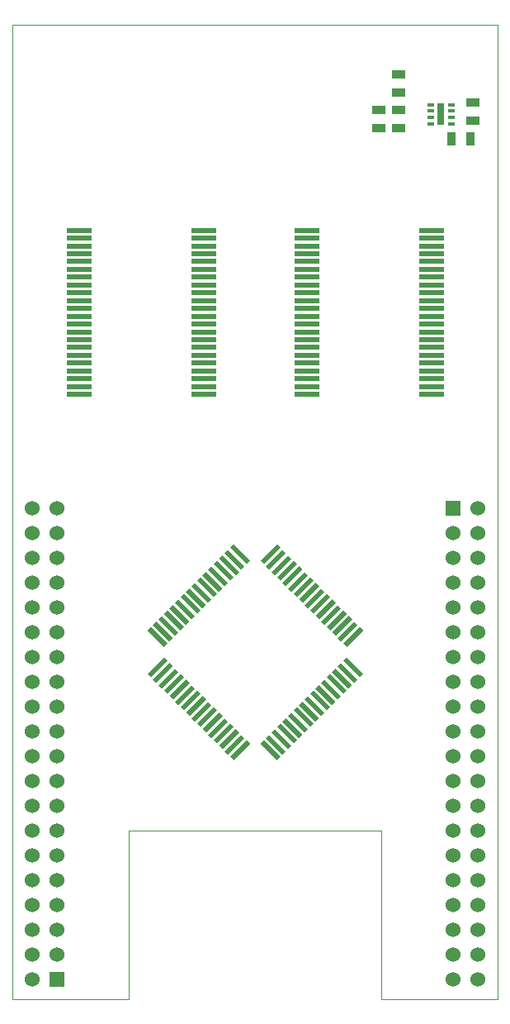
<source format=gts>
G04 (created by PCBNEW (25-Oct-2014 BZR 4029)-stable) date Sat 16 May 2015 01:40:02 JST*
%MOIN*%
G04 Gerber Fmt 3.4, Leading zero omitted, Abs format*
%FSLAX34Y34*%
G01*
G70*
G90*
G04 APERTURE LIST*
%ADD10C,0.00590551*%
%ADD11C,0.00393701*%
%ADD12R,0.06X0.06*%
%ADD13C,0.06*%
%ADD14R,0.055X0.035*%
%ADD15R,0.035X0.055*%
%ADD16R,0.0984252X0.019685*%
%ADD17R,0.0314961X0.011811*%
%ADD18R,0.0314961X0.0885827*%
G04 APERTURE END LIST*
G54D10*
G54D11*
X30600Y-11700D02*
X50200Y-11700D01*
X30600Y-51000D02*
X35300Y-51000D01*
X45500Y-51000D02*
X50200Y-51000D01*
X35300Y-44200D02*
X45500Y-44200D01*
X35300Y-44200D02*
X35300Y-51000D01*
X45500Y-44200D02*
X45500Y-51000D01*
X30600Y-51000D02*
X30600Y-11700D01*
X50200Y-51000D02*
X50200Y-11700D01*
G54D12*
X48400Y-31200D03*
G54D13*
X49400Y-31200D03*
X48400Y-36200D03*
X49400Y-32200D03*
X48400Y-37200D03*
X49400Y-33200D03*
X48400Y-38200D03*
X49400Y-34200D03*
X48400Y-39200D03*
X49400Y-35200D03*
X48400Y-40200D03*
X49400Y-36200D03*
X48400Y-41200D03*
X49400Y-37200D03*
X48400Y-42200D03*
X49400Y-38200D03*
X48400Y-43200D03*
X49400Y-39200D03*
X48400Y-44200D03*
X49400Y-40200D03*
X48400Y-45200D03*
X49400Y-41200D03*
X48400Y-46200D03*
X49400Y-42200D03*
X49400Y-43200D03*
X48400Y-47200D03*
X49400Y-44200D03*
X49400Y-46200D03*
X49400Y-47200D03*
X49400Y-48200D03*
X49400Y-49200D03*
X48400Y-48200D03*
X48400Y-49200D03*
X48400Y-32200D03*
X48400Y-33200D03*
X48400Y-34200D03*
X48400Y-35200D03*
X48400Y-50200D03*
X49400Y-50200D03*
X49400Y-45200D03*
G54D12*
X32400Y-50200D03*
G54D13*
X31400Y-50200D03*
X32400Y-45200D03*
X31400Y-49200D03*
X32400Y-44200D03*
X31400Y-48200D03*
X32400Y-43200D03*
X31400Y-47200D03*
X32400Y-42200D03*
X31400Y-46200D03*
X32400Y-41200D03*
X31400Y-45200D03*
X32400Y-40200D03*
X31400Y-44200D03*
X32400Y-39200D03*
X31400Y-43200D03*
X32400Y-38200D03*
X31400Y-42200D03*
X32400Y-37200D03*
X31400Y-41200D03*
X32400Y-36200D03*
X31400Y-40200D03*
X32400Y-35200D03*
X31400Y-39200D03*
X31400Y-38200D03*
X32400Y-34200D03*
X31400Y-37200D03*
X31400Y-35200D03*
X31400Y-34200D03*
X31400Y-33200D03*
X31400Y-32200D03*
X32400Y-33200D03*
X32400Y-32200D03*
X32400Y-49200D03*
X32400Y-48200D03*
X32400Y-47200D03*
X32400Y-46200D03*
X32400Y-31200D03*
X31400Y-31200D03*
X31400Y-36200D03*
G54D10*
G36*
X36182Y-38016D02*
X36043Y-37876D01*
X36711Y-37208D01*
X36850Y-37347D01*
X36182Y-38016D01*
X36182Y-38016D01*
G37*
G36*
X36405Y-38238D02*
X36265Y-38099D01*
X36934Y-37431D01*
X37073Y-37570D01*
X36405Y-38238D01*
X36405Y-38238D01*
G37*
G36*
X36627Y-38461D02*
X36488Y-38322D01*
X37156Y-37654D01*
X37295Y-37793D01*
X36627Y-38461D01*
X36627Y-38461D01*
G37*
G36*
X36850Y-38684D02*
X36711Y-38545D01*
X37379Y-37876D01*
X37518Y-38016D01*
X36850Y-38684D01*
X36850Y-38684D01*
G37*
G36*
X37073Y-38906D02*
X36934Y-38767D01*
X37602Y-38099D01*
X37741Y-38238D01*
X37073Y-38906D01*
X37073Y-38906D01*
G37*
G36*
X37295Y-39129D02*
X37156Y-38990D01*
X37824Y-38322D01*
X37964Y-38461D01*
X37295Y-39129D01*
X37295Y-39129D01*
G37*
G36*
X37518Y-39352D02*
X37379Y-39213D01*
X38047Y-38545D01*
X38186Y-38684D01*
X37518Y-39352D01*
X37518Y-39352D01*
G37*
G36*
X37741Y-39575D02*
X37602Y-39435D01*
X38270Y-38767D01*
X38409Y-38906D01*
X37741Y-39575D01*
X37741Y-39575D01*
G37*
G36*
X37964Y-39797D02*
X37824Y-39658D01*
X38493Y-38990D01*
X38632Y-39129D01*
X37964Y-39797D01*
X37964Y-39797D01*
G37*
G36*
X38186Y-40020D02*
X38047Y-39881D01*
X38715Y-39213D01*
X38854Y-39352D01*
X38186Y-40020D01*
X38186Y-40020D01*
G37*
G36*
X38409Y-40243D02*
X38270Y-40104D01*
X38938Y-39435D01*
X39077Y-39575D01*
X38409Y-40243D01*
X38409Y-40243D01*
G37*
G36*
X38632Y-40465D02*
X38493Y-40326D01*
X39161Y-39658D01*
X39300Y-39797D01*
X38632Y-40465D01*
X38632Y-40465D01*
G37*
G36*
X38854Y-40688D02*
X38715Y-40549D01*
X39383Y-39881D01*
X39523Y-40020D01*
X38854Y-40688D01*
X38854Y-40688D01*
G37*
G36*
X39077Y-40911D02*
X38938Y-40772D01*
X39606Y-40104D01*
X39745Y-40243D01*
X39077Y-40911D01*
X39077Y-40911D01*
G37*
G36*
X39300Y-41134D02*
X39161Y-40994D01*
X39829Y-40326D01*
X39968Y-40465D01*
X39300Y-41134D01*
X39300Y-41134D01*
G37*
G36*
X39523Y-41356D02*
X39383Y-41217D01*
X40052Y-40549D01*
X40191Y-40688D01*
X39523Y-41356D01*
X39523Y-41356D01*
G37*
G36*
X41276Y-41356D02*
X40608Y-40688D01*
X40747Y-40549D01*
X41416Y-41217D01*
X41276Y-41356D01*
X41276Y-41356D01*
G37*
G36*
X41499Y-41134D02*
X40831Y-40465D01*
X40970Y-40326D01*
X41638Y-40994D01*
X41499Y-41134D01*
X41499Y-41134D01*
G37*
G36*
X41722Y-40911D02*
X41054Y-40243D01*
X41193Y-40104D01*
X41861Y-40772D01*
X41722Y-40911D01*
X41722Y-40911D01*
G37*
G36*
X41945Y-40688D02*
X41276Y-40020D01*
X41416Y-39881D01*
X42084Y-40549D01*
X41945Y-40688D01*
X41945Y-40688D01*
G37*
G36*
X42167Y-40465D02*
X41499Y-39797D01*
X41638Y-39658D01*
X42306Y-40326D01*
X42167Y-40465D01*
X42167Y-40465D01*
G37*
G36*
X42390Y-40243D02*
X41722Y-39575D01*
X41861Y-39435D01*
X42529Y-40104D01*
X42390Y-40243D01*
X42390Y-40243D01*
G37*
G36*
X42613Y-40020D02*
X41945Y-39352D01*
X42084Y-39213D01*
X42752Y-39881D01*
X42613Y-40020D01*
X42613Y-40020D01*
G37*
G36*
X42835Y-39797D02*
X42167Y-39129D01*
X42306Y-38990D01*
X42975Y-39658D01*
X42835Y-39797D01*
X42835Y-39797D01*
G37*
G36*
X43058Y-39575D02*
X42390Y-38906D01*
X42529Y-38767D01*
X43197Y-39435D01*
X43058Y-39575D01*
X43058Y-39575D01*
G37*
G36*
X43281Y-39352D02*
X42613Y-38684D01*
X42752Y-38545D01*
X43420Y-39213D01*
X43281Y-39352D01*
X43281Y-39352D01*
G37*
G36*
X43504Y-39129D02*
X42835Y-38461D01*
X42975Y-38322D01*
X43643Y-38990D01*
X43504Y-39129D01*
X43504Y-39129D01*
G37*
G36*
X43726Y-38906D02*
X43058Y-38238D01*
X43197Y-38099D01*
X43865Y-38767D01*
X43726Y-38906D01*
X43726Y-38906D01*
G37*
G36*
X43949Y-38684D02*
X43281Y-38016D01*
X43420Y-37876D01*
X44088Y-38545D01*
X43949Y-38684D01*
X43949Y-38684D01*
G37*
G36*
X44172Y-38461D02*
X43504Y-37793D01*
X43643Y-37654D01*
X44311Y-38322D01*
X44172Y-38461D01*
X44172Y-38461D01*
G37*
G36*
X44394Y-38238D02*
X43726Y-37570D01*
X43865Y-37431D01*
X44534Y-38099D01*
X44394Y-38238D01*
X44394Y-38238D01*
G37*
G36*
X44617Y-38016D02*
X43949Y-37347D01*
X44088Y-37208D01*
X44756Y-37876D01*
X44617Y-38016D01*
X44617Y-38016D01*
G37*
G36*
X44088Y-36791D02*
X43949Y-36652D01*
X44617Y-35983D01*
X44756Y-36123D01*
X44088Y-36791D01*
X44088Y-36791D01*
G37*
G36*
X43865Y-36568D02*
X43726Y-36429D01*
X44394Y-35761D01*
X44534Y-35900D01*
X43865Y-36568D01*
X43865Y-36568D01*
G37*
G36*
X43643Y-36345D02*
X43504Y-36206D01*
X44172Y-35538D01*
X44311Y-35677D01*
X43643Y-36345D01*
X43643Y-36345D01*
G37*
G36*
X43420Y-36123D02*
X43281Y-35983D01*
X43949Y-35315D01*
X44088Y-35454D01*
X43420Y-36123D01*
X43420Y-36123D01*
G37*
G36*
X43197Y-35900D02*
X43058Y-35761D01*
X43726Y-35093D01*
X43865Y-35232D01*
X43197Y-35900D01*
X43197Y-35900D01*
G37*
G36*
X42975Y-35677D02*
X42835Y-35538D01*
X43504Y-34870D01*
X43643Y-35009D01*
X42975Y-35677D01*
X42975Y-35677D01*
G37*
G36*
X42752Y-35454D02*
X42613Y-35315D01*
X43281Y-34647D01*
X43420Y-34786D01*
X42752Y-35454D01*
X42752Y-35454D01*
G37*
G36*
X42529Y-35232D02*
X42390Y-35093D01*
X43058Y-34424D01*
X43197Y-34564D01*
X42529Y-35232D01*
X42529Y-35232D01*
G37*
G36*
X42306Y-35009D02*
X42167Y-34870D01*
X42835Y-34202D01*
X42975Y-34341D01*
X42306Y-35009D01*
X42306Y-35009D01*
G37*
G36*
X42084Y-34786D02*
X41945Y-34647D01*
X42613Y-33979D01*
X42752Y-34118D01*
X42084Y-34786D01*
X42084Y-34786D01*
G37*
G36*
X41861Y-34564D02*
X41722Y-34424D01*
X42390Y-33756D01*
X42529Y-33895D01*
X41861Y-34564D01*
X41861Y-34564D01*
G37*
G36*
X41638Y-34341D02*
X41499Y-34202D01*
X42167Y-33534D01*
X42306Y-33673D01*
X41638Y-34341D01*
X41638Y-34341D01*
G37*
G36*
X41416Y-34118D02*
X41276Y-33979D01*
X41945Y-33311D01*
X42084Y-33450D01*
X41416Y-34118D01*
X41416Y-34118D01*
G37*
G36*
X41193Y-33895D02*
X41054Y-33756D01*
X41722Y-33088D01*
X41861Y-33227D01*
X41193Y-33895D01*
X41193Y-33895D01*
G37*
G36*
X40970Y-33673D02*
X40831Y-33534D01*
X41499Y-32865D01*
X41638Y-33005D01*
X40970Y-33673D01*
X40970Y-33673D01*
G37*
G36*
X40747Y-33450D02*
X40608Y-33311D01*
X41276Y-32643D01*
X41416Y-32782D01*
X40747Y-33450D01*
X40747Y-33450D01*
G37*
G36*
X40052Y-33450D02*
X39383Y-32782D01*
X39523Y-32643D01*
X40191Y-33311D01*
X40052Y-33450D01*
X40052Y-33450D01*
G37*
G36*
X39829Y-33673D02*
X39161Y-33005D01*
X39300Y-32865D01*
X39968Y-33534D01*
X39829Y-33673D01*
X39829Y-33673D01*
G37*
G36*
X39606Y-33895D02*
X38938Y-33227D01*
X39077Y-33088D01*
X39745Y-33756D01*
X39606Y-33895D01*
X39606Y-33895D01*
G37*
G36*
X39383Y-34118D02*
X38715Y-33450D01*
X38854Y-33311D01*
X39523Y-33979D01*
X39383Y-34118D01*
X39383Y-34118D01*
G37*
G36*
X39161Y-34341D02*
X38493Y-33673D01*
X38632Y-33534D01*
X39300Y-34202D01*
X39161Y-34341D01*
X39161Y-34341D01*
G37*
G36*
X38938Y-34564D02*
X38270Y-33895D01*
X38409Y-33756D01*
X39077Y-34424D01*
X38938Y-34564D01*
X38938Y-34564D01*
G37*
G36*
X38715Y-34786D02*
X38047Y-34118D01*
X38186Y-33979D01*
X38854Y-34647D01*
X38715Y-34786D01*
X38715Y-34786D01*
G37*
G36*
X38493Y-35009D02*
X37824Y-34341D01*
X37964Y-34202D01*
X38632Y-34870D01*
X38493Y-35009D01*
X38493Y-35009D01*
G37*
G36*
X38270Y-35232D02*
X37602Y-34564D01*
X37741Y-34424D01*
X38409Y-35093D01*
X38270Y-35232D01*
X38270Y-35232D01*
G37*
G36*
X38047Y-35454D02*
X37379Y-34786D01*
X37518Y-34647D01*
X38186Y-35315D01*
X38047Y-35454D01*
X38047Y-35454D01*
G37*
G36*
X37824Y-35677D02*
X37156Y-35009D01*
X37295Y-34870D01*
X37964Y-35538D01*
X37824Y-35677D01*
X37824Y-35677D01*
G37*
G36*
X37602Y-35900D02*
X36934Y-35232D01*
X37073Y-35093D01*
X37741Y-35761D01*
X37602Y-35900D01*
X37602Y-35900D01*
G37*
G36*
X37379Y-36123D02*
X36711Y-35454D01*
X36850Y-35315D01*
X37518Y-35983D01*
X37379Y-36123D01*
X37379Y-36123D01*
G37*
G36*
X37156Y-36345D02*
X36488Y-35677D01*
X36627Y-35538D01*
X37295Y-36206D01*
X37156Y-36345D01*
X37156Y-36345D01*
G37*
G36*
X36934Y-36568D02*
X36265Y-35900D01*
X36405Y-35761D01*
X37073Y-36429D01*
X36934Y-36568D01*
X36934Y-36568D01*
G37*
G36*
X36711Y-36791D02*
X36043Y-36123D01*
X36182Y-35983D01*
X36850Y-36652D01*
X36711Y-36791D01*
X36711Y-36791D01*
G37*
G54D14*
X46200Y-13699D03*
X46200Y-14449D03*
X45400Y-15125D03*
X45400Y-15875D03*
X46200Y-15125D03*
X46200Y-15875D03*
G54D15*
X48325Y-16300D03*
X49075Y-16300D03*
G54D16*
X33280Y-26607D03*
X33280Y-26292D03*
X33280Y-25977D03*
X33280Y-25662D03*
X33280Y-25347D03*
X33280Y-25032D03*
X33280Y-24717D03*
X33280Y-24402D03*
X33280Y-24087D03*
X33280Y-23772D03*
X33280Y-23457D03*
X33280Y-23142D03*
X33280Y-22827D03*
X33280Y-22512D03*
X33280Y-22197D03*
X33280Y-21882D03*
X33280Y-21567D03*
X33280Y-21252D03*
X33280Y-20937D03*
X33280Y-20622D03*
X33280Y-20307D03*
X33280Y-19992D03*
X38319Y-19992D03*
X38319Y-20307D03*
X38319Y-20622D03*
X38319Y-20937D03*
X38319Y-21252D03*
X38319Y-21567D03*
X38319Y-21882D03*
X38319Y-22197D03*
X38319Y-22512D03*
X38319Y-22827D03*
X38319Y-23142D03*
X38319Y-23457D03*
X38319Y-23772D03*
X38319Y-24087D03*
X38319Y-24402D03*
X38319Y-24717D03*
X38319Y-25032D03*
X38319Y-25347D03*
X38319Y-25662D03*
X38319Y-25977D03*
X38319Y-26292D03*
X38319Y-26607D03*
X42480Y-26607D03*
X42480Y-26292D03*
X42480Y-25977D03*
X42480Y-25662D03*
X42480Y-25347D03*
X42480Y-25032D03*
X42480Y-24717D03*
X42480Y-24402D03*
X42480Y-24087D03*
X42480Y-23772D03*
X42480Y-23457D03*
X42480Y-23142D03*
X42480Y-22827D03*
X42480Y-22512D03*
X42480Y-22197D03*
X42480Y-21882D03*
X42480Y-21567D03*
X42480Y-21252D03*
X42480Y-20937D03*
X42480Y-20622D03*
X42480Y-20307D03*
X42480Y-19992D03*
X47519Y-19992D03*
X47519Y-20307D03*
X47519Y-20622D03*
X47519Y-20937D03*
X47519Y-21252D03*
X47519Y-21567D03*
X47519Y-21882D03*
X47519Y-22197D03*
X47519Y-22512D03*
X47519Y-22827D03*
X47519Y-23142D03*
X47519Y-23457D03*
X47519Y-23772D03*
X47519Y-24087D03*
X47519Y-24402D03*
X47519Y-24717D03*
X47519Y-25032D03*
X47519Y-25347D03*
X47519Y-25662D03*
X47519Y-25977D03*
X47519Y-26292D03*
X47519Y-26607D03*
G54D17*
X47486Y-14925D03*
X47486Y-15181D03*
X47486Y-15437D03*
X47486Y-15693D03*
X48313Y-15693D03*
X48313Y-15437D03*
X48313Y-15181D03*
X48313Y-14925D03*
G54D18*
X47900Y-15300D03*
G54D14*
X49200Y-14825D03*
X49200Y-15575D03*
M02*

</source>
